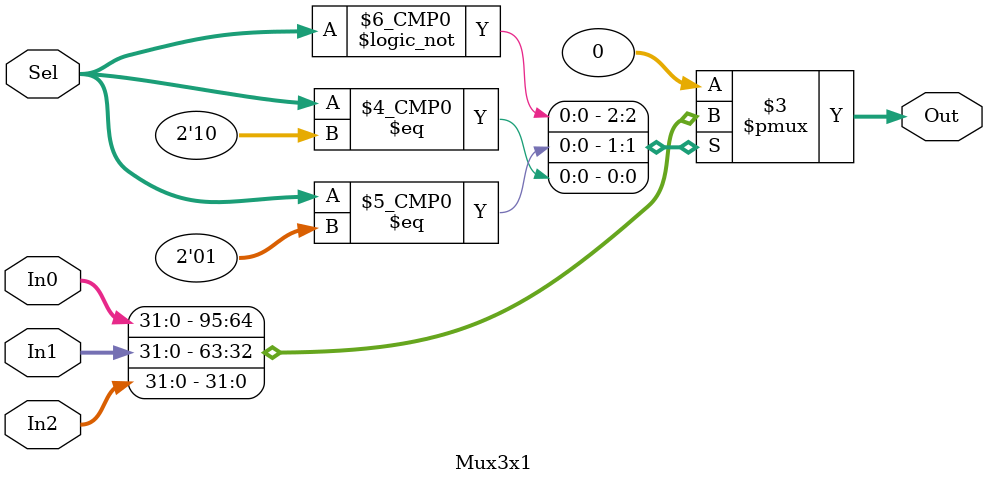
<source format=v>
`timescale 1ps/1fs

/*
  Truth Table for WBSel:
  +-------------+---------+------------------+
  | WBSel Value | Source  | Description      |
  +-------------+---------+------------------+
  |    2'b00    | Mem     | Memory Read Data |
  |    2'b01    | ALU     | ALU Result       |
  |    2'b10    | PC+4    | Return Address   |
  +-------------+---------+------------------+
*/

module Mux3x1 #(parameter DATA_WIDTH = 32)(
    input  wire [1:0]            Sel,
    input  wire [DATA_WIDTH-1:0] In0,
    input  wire [DATA_WIDTH-1:0] In1,
    input  wire [DATA_WIDTH-1:0] In2,
    output reg  [DATA_WIDTH-1:0] Out
);

always @(*) 
 begin
  #10; // Simple Logic Delay
  case (Sel)
   2'b00  : Out = In0;
   2'b01  : Out = In1;
   2'b10  : Out = In2;
   default: Out = {DATA_WIDTH{1'b0}};
  endcase
 end

endmodule
</source>
